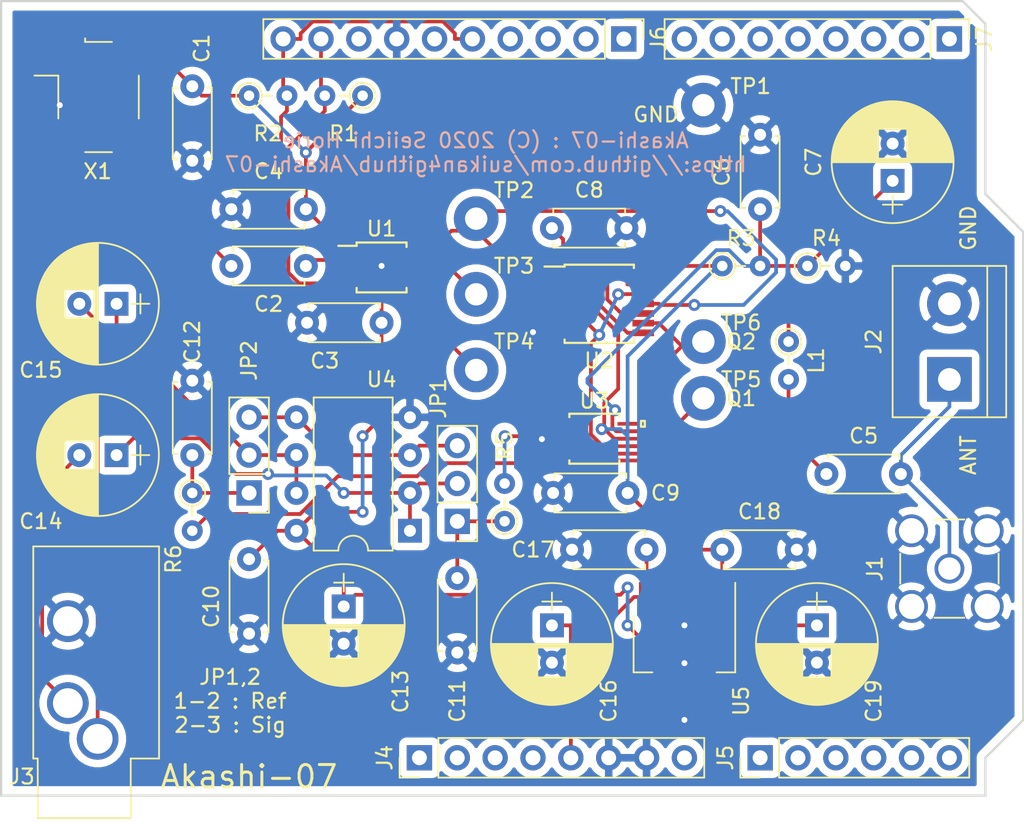
<source format=kicad_pcb>
(kicad_pcb (version 20171130) (host pcbnew 5.1.6-c6e7f7d~87~ubuntu16.04.1)
  (layers (0 F.Cu signal) (31 B.Cu signal) (34 B.Paste user) (35 F.Paste user) (36 B.SilkS user) (37 F.SilkS user) (38 B.Mask user) (39 F.Mask user) (44 Edge.Cuts user))
  (net 0 "")
  (net 1 VDD)
  (net 2 GND)
  (net 3 "Net-(C2-Pad1)")
  (net 4 "Net-(C2-Pad2)")
  (net 5 "Net-(C5-Pad1)")
  (net 6 "Net-(C5-Pad2)")
  (net 7 "Net-(C6-Pad1)")
  (net 8 "Net-(C11-Pad1)")
  (net 9 "Net-(C14-Pad2)")
  (net 10 "Net-(C15-Pad2)")
  (net 11 "Net-(C16-Pad1)")
  (net 12 /connector/SCL)
  (net 13 /connector/SDA)
  (net 14 "Net-(R5-Pad2)")
  (net 15 "Net-(R6-Pad2)")
  (net 16 "Net-(TP4-Pad1)")
  (net 17 "Net-(TP5-Pad1)")
  (net 18 "Net-(TP6-Pad1)")
  (net 19 "Net-(U2-Pad2)")
  (net 20 "Net-(C12-Pad1)")
  (net 21 "Net-(TP2-Pad1)")
  (net 22 "Net-(TP3-Pad1)")
  (net 23 "Net-(C14-Pad1)")
  (net 24 "Net-(C15-Pad1)")
  (net 25 "Net-(J4-Pad1)")
  (net 26 "Net-(J4-Pad2)")
  (net 27 "Net-(J4-Pad3)")
  (net 28 "Net-(J4-Pad4)")
  (net 29 "Net-(J4-Pad8)")
  (net 30 "Net-(J5-Pad1)")
  (net 31 "Net-(J5-Pad2)")
  (net 32 "Net-(J5-Pad3)")
  (net 33 "Net-(J5-Pad4)")
  (net 34 "Net-(J5-Pad5)")
  (net 35 "Net-(J5-Pad6)")
  (net 36 "Net-(J6-Pad1)")
  (net 37 "Net-(J6-Pad2)")
  (net 38 "Net-(J6-Pad3)")
  (net 39 "Net-(J6-Pad4)")
  (net 40 "Net-(J6-Pad6)")
  (net 41 "Net-(J6-Pad8)")
  (net 42 "Net-(J7-Pad1)")
  (net 43 "Net-(J7-Pad2)")
  (net 44 "Net-(J7-Pad3)")
  (net 45 "Net-(J7-Pad4)")
  (net 46 "Net-(J7-Pad5)")
  (net 47 "Net-(J7-Pad6)")
  (net 48 "Net-(J7-Pad7)")
  (net 49 "Net-(J7-Pad8)")
  (net 50 "Net-(JP1-Pad3)")
  (net 51 "Net-(U1-Pad3)")
  (net 52 "Net-(U2-Pad6)")
  (net 53 "Net-(X1-Pad1)")
  (module Capacitors_THT:C_Disc_D4.7mm_W2.5mm_P5.00mm (layer F.Cu) (at 124.46 76.835 270)
    (fp_text reference C1 (at -2.54 -0.635 90) (layer F.SilkS))
    (fp_text value 0.1u)
    (pad 2 thru_hole circle (at 5 0 270) (size 1.6 1.6) (drill 0.8) (layers *.Cu *.Mask) (net 2 GND))
    (pad 1 thru_hole circle (at 0 0 270) (size 1.6 1.6) (drill 0.8) (layers *.Cu *.Mask) (net 1 VDD))
  )
  (module Oscillators:Oscillator_SMD_SeikoEpson_SG8002CA-4pin_7.0x5.0mm_HandSoldering (layer F.Cu) (at 118.17 77.56 270)
    (fp_text reference X1 (at 4.99 0.06) (layer F.SilkS))
    (fp_text value CSX-750FBC25000000T)
    (pad 1 smd rect (at -2.63 2.6 270) (size 1.98 3) (layers F.Cu F.Paste F.Mask) (net 53 "Net-(X1-Pad1)"))
    (pad 2 smd rect (at 2.63 2.6 270) (size 1.98 3) (layers F.Cu F.Paste F.Mask) (net 2 GND))
    (pad 3 smd rect (at 2.63 -2.6 270) (size 1.98 3) (layers F.Cu F.Paste F.Mask) (net 4 "Net-(C2-Pad2)"))
    (pad 4 smd rect (at -2.63 -2.6 270) (size 1.98 3) (layers F.Cu F.Paste F.Mask) (net 1 VDD))
  )
  (module Capacitors_THT:C_Disc_D4.7mm_W2.5mm_P5.00mm (layer F.Cu) (at 124.46 101.6 90)
    (fp_text reference C12 (at 7.62 0 90) (layer F.SilkS))
    (fp_text value 0.01u)
    (pad 1 thru_hole circle (at 0 0 90) (size 1.6 1.6) (drill 0.8) (layers *.Cu *.Mask) (net 20 "Net-(C12-Pad1)"))
    (pad 2 thru_hole circle (at 5 0 90) (size 1.6 1.6) (drill 0.8) (layers *.Cu *.Mask) (net 2 GND))
  )
  (module Pin_Headers:Pin_Header_Straight_1x03_Pitch2.54mm (layer F.Cu) (at 128.27 104.14 180)
    (fp_text reference JP2 (at 0 8.89 90) (layer F.SilkS))
    (fp_text value Jumper_3_Open)
    (pad 1 thru_hole rect (at 0 0 180) (size 1.7 1.7) (drill 1) (layers *.Cu *.Mask) (net 20 "Net-(C12-Pad1)"))
    (pad 2 thru_hole oval (at 0 2.54 180) (size 1.7 1.7) (drill 1) (layers *.Cu *.Mask) (net 24 "Net-(C15-Pad1)"))
    (pad 3 thru_hole oval (at 0 5.08 180) (size 1.7 1.7) (drill 1) (layers *.Cu *.Mask) (net 50 "Net-(JP1-Pad3)"))
  )
  (module Pin_Headers:Pin_Header_Straight_1x03_Pitch2.54mm (layer F.Cu) (at 142.24 106.045 180)
    (fp_text reference JP1 (at 1.27 8.255 90) (layer F.SilkS))
    (fp_text value Jumper_3_Open)
    (pad 1 thru_hole rect (at 0 0 180) (size 1.7 1.7) (drill 1) (layers *.Cu *.Mask) (net 8 "Net-(C11-Pad1)"))
    (pad 2 thru_hole oval (at 0 2.54 180) (size 1.7 1.7) (drill 1) (layers *.Cu *.Mask) (net 23 "Net-(C14-Pad1)"))
    (pad 3 thru_hole oval (at 0 5.08 180) (size 1.7 1.7) (drill 1) (layers *.Cu *.Mask) (net 50 "Net-(JP1-Pad3)"))
  )
  (module project_lib:Jack_3.5mm_CUI_SJ1-3533NG_Horizontal_CircularHoles (layer F.Cu) (at 118.11 120.65 180)
    (fp_text reference J3 (at 5.08 -2.54) (layer F.SilkS))
    (fp_text value SJ1-3533)
    (pad R thru_hole circle (at 2 7.9 180) (size 2.8 2.8) (drill 2) (layers *.Cu *.Mask) (net 2 GND))
    (pad T thru_hole circle (at 2 2.4 180) (size 2.8 2.8) (drill 2) (layers *.Cu *.Mask) (net 9 "Net-(C14-Pad2)"))
    (pad S thru_hole circle (at 0 0 180) (size 2.8 2.8) (drill 2) (layers *.Cu *.Mask) (net 10 "Net-(C15-Pad2)"))
  )
  (module Pin_Headers:Pin_Header_Straight_1x10_Pitch2.54mm (layer F.Cu) (at 153.416 73.66 270)
    (fp_text reference J6 (at 0 -2.33 90) (layer F.SilkS))
    (fp_text value Conn_01x10)
    (pad 1 thru_hole rect (at 0 0 270) (size 1.7 1.7) (drill 1) (layers *.Cu *.Mask) (net 36 "Net-(J6-Pad1)"))
    (pad 2 thru_hole oval (at 0 2.54 270) (size 1.7 1.7) (drill 1) (layers *.Cu *.Mask) (net 37 "Net-(J6-Pad2)"))
    (pad 3 thru_hole oval (at 0 5.08 270) (size 1.7 1.7) (drill 1) (layers *.Cu *.Mask) (net 38 "Net-(J6-Pad3)"))
    (pad 4 thru_hole oval (at 0 7.62 270) (size 1.7 1.7) (drill 1) (layers *.Cu *.Mask) (net 39 "Net-(J6-Pad4)"))
    (pad 5 thru_hole oval (at 0 10.16 270) (size 1.7 1.7) (drill 1) (layers *.Cu *.Mask) (net 12 /connector/SCL))
    (pad 6 thru_hole oval (at 0 12.7 270) (size 1.7 1.7) (drill 1) (layers *.Cu *.Mask) (net 40 "Net-(J6-Pad6)"))
    (pad 7 thru_hole oval (at 0 15.24 270) (size 1.7 1.7) (drill 1) (layers *.Cu *.Mask) (net 2 GND))
    (pad 8 thru_hole oval (at 0 17.78 270) (size 1.7 1.7) (drill 1) (layers *.Cu *.Mask) (net 41 "Net-(J6-Pad8)"))
    (pad 9 thru_hole oval (at 0 20.32 270) (size 1.7 1.7) (drill 1) (layers *.Cu *.Mask) (net 13 /connector/SDA))
    (pad 10 thru_hole oval (at 0 22.86 270) (size 1.7 1.7) (drill 1) (layers *.Cu *.Mask) (net 12 /connector/SCL))
  )
  (module Measurement_Points:Measurement_Point_Round-TH_Big (layer F.Cu) (at 143.51 95.885)
    (fp_text reference TP4 (at 2.54 -1.905) (layer F.SilkS))
    (fp_text value TestPoint)
    (pad 1 thru_hole circle (at 0 0) (size 3 3) (drill 1.5) (layers *.Cu *.Mask) (net 16 "Net-(TP4-Pad1)"))
  )
  (module Measurement_Points:Measurement_Point_Round-TH_Big (layer F.Cu) (at 143.51 90.805)
    (fp_text reference TP3 (at 2.54 -1.905) (layer F.SilkS))
    (fp_text value TestPoint)
    (pad 1 thru_hole circle (at 0 0) (size 3 3) (drill 1.5) (layers *.Cu *.Mask) (net 22 "Net-(TP3-Pad1)"))
  )
  (module TO_SOT_Packages_SMD:SOT-223-3_TabPin2 (layer F.Cu) (at 157.48 114.275 270)
    (fp_text reference U5 (at 3.835 -3.81 90) (layer F.SilkS))
    (fp_text value TA48L033)
    (pad 2 smd rect (at 3.15 0 270) (size 2 3.8) (layers F.Cu F.Paste F.Mask) (net 2 GND))
    (pad 2 smd rect (at -3.15 0 270) (size 2 1.5) (layers F.Cu F.Paste F.Mask) (net 2 GND))
    (pad 3 smd rect (at -3.15 2.3 270) (size 2 1.5) (layers F.Cu F.Paste F.Mask) (net 11 "Net-(C16-Pad1)"))
    (pad 1 smd rect (at -3.15 -2.3 270) (size 2 1.5) (layers F.Cu F.Paste F.Mask) (net 1 VDD))
  )
  (module Housings_DIP:DIP-8_W7.62mm (layer F.Cu) (at 139.065 106.68 180)
    (fp_text reference U4 (at 1.905 10.16) (layer F.SilkS))
    (fp_text value AD8032ANZ)
    (pad 1 thru_hole rect (at 0 0 180) (size 1.6 1.6) (drill 0.8) (layers *.Cu *.Mask) (net 23 "Net-(C14-Pad1)"))
    (pad 5 thru_hole oval (at 7.62 7.62 180) (size 1.6 1.6) (drill 0.8) (layers *.Cu *.Mask) (net 50 "Net-(JP1-Pad3)"))
    (pad 2 thru_hole oval (at 0 2.54 180) (size 1.6 1.6) (drill 0.8) (layers *.Cu *.Mask) (net 23 "Net-(C14-Pad1)"))
    (pad 6 thru_hole oval (at 7.62 5.08 180) (size 1.6 1.6) (drill 0.8) (layers *.Cu *.Mask) (net 24 "Net-(C15-Pad1)"))
    (pad 3 thru_hole oval (at 0 5.08 180) (size 1.6 1.6) (drill 0.8) (layers *.Cu *.Mask) (net 50 "Net-(JP1-Pad3)"))
    (pad 7 thru_hole oval (at 7.62 2.54 180) (size 1.6 1.6) (drill 0.8) (layers *.Cu *.Mask) (net 24 "Net-(C15-Pad1)"))
    (pad 4 thru_hole oval (at 0 7.62 180) (size 1.6 1.6) (drill 0.8) (layers *.Cu *.Mask) (net 2 GND))
    (pad 8 thru_hole oval (at 7.62 0 180) (size 1.6 1.6) (drill 0.8) (layers *.Cu *.Mask) (net 1 VDD))
  )
  (module project_lib:TS5A23157DGSR (layer F.Cu) (at 151.438 100.5)
    (fp_text reference U3 (at 0 -2.54) (layer F.SilkS))
    (fp_text value TS5A23157DGSR hide)
    (pad 10 smd rect (at 2.213348 -1.000001) (size 1.327899 0.2394) (layers F.Cu F.Paste F.Mask) (net 18 "Net-(TP6-Pad1)"))
    (pad 9 smd rect (at 2.213348 -0.499999) (size 1.327899 0.2394) (layers F.Cu F.Paste F.Mask) (net 7 "Net-(C6-Pad1)"))
    (pad 8 smd rect (at 2.213348 0) (size 1.327899 0.2394) (layers F.Cu F.Paste F.Mask) (net 1 VDD))
    (pad 7 smd rect (at 2.213348 0.499999) (size 1.327899 0.2394) (layers F.Cu F.Paste F.Mask) (net 7 "Net-(C6-Pad1)"))
    (pad 6 smd rect (at 2.213348 1.000001) (size 1.327899 0.2394) (layers F.Cu F.Paste F.Mask) (net 17 "Net-(TP5-Pad1)"))
    (pad 5 smd rect (at -2.213348 1.000001) (size 1.327899 0.2394) (layers F.Cu F.Paste F.Mask) (net 15 "Net-(R6-Pad2)"))
    (pad 4 smd rect (at -2.213348 0.499999) (size 1.327899 0.2394) (layers F.Cu F.Paste F.Mask) (net 5 "Net-(C5-Pad1)"))
    (pad 3 smd rect (at -2.213348 0) (size 1.327899 0.2394) (layers F.Cu F.Paste F.Mask) (net 2 GND))
    (pad 2 smd rect (at -2.213348 -0.499999) (size 1.327899 0.2394) (layers F.Cu F.Paste F.Mask) (net 5 "Net-(C5-Pad1)"))
    (pad 1 smd rect (at -2.213348 -1.000001) (size 1.327899 0.2394) (layers F.Cu F.Paste F.Mask) (net 14 "Net-(R5-Pad2)"))
  )
  (module Housings_SSOP:TSSOP-14_4.4x5mm_Pitch0.65mm (layer F.Cu) (at 151.765 91.44)
    (fp_text reference U2 (at 0 3.81) (layer F.SilkS))
    (fp_text value SN74LVC74APW)
    (pad 1 smd rect (at -2.95 -1.95) (size 1.45 0.45) (layers F.Cu F.Paste F.Mask) (net 1 VDD))
    (pad 2 smd rect (at -2.95 -1.3) (size 1.45 0.45) (layers F.Cu F.Paste F.Mask) (net 19 "Net-(U2-Pad2)"))
    (pad 3 smd rect (at -2.95 -0.65) (size 1.45 0.45) (layers F.Cu F.Paste F.Mask) (net 21 "Net-(TP2-Pad1)"))
    (pad 4 smd rect (at -2.95 0) (size 1.45 0.45) (layers F.Cu F.Paste F.Mask) (net 1 VDD))
    (pad 5 smd rect (at -2.95 0.65) (size 1.45 0.45) (layers F.Cu F.Paste F.Mask) (net 17 "Net-(TP5-Pad1)"))
    (pad 6 smd rect (at -2.95 1.3) (size 1.45 0.45) (layers F.Cu F.Paste F.Mask) (net 52 "Net-(U2-Pad6)"))
    (pad 7 smd rect (at -2.95 1.95) (size 1.45 0.45) (layers F.Cu F.Paste F.Mask) (net 2 GND))
    (pad 8 smd rect (at 2.95 1.95) (size 1.45 0.45) (layers F.Cu F.Paste F.Mask) (net 19 "Net-(U2-Pad2)"))
    (pad 9 smd rect (at 2.95 1.3) (size 1.45 0.45) (layers F.Cu F.Paste F.Mask) (net 18 "Net-(TP6-Pad1)"))
    (pad 10 smd rect (at 2.95 0.65) (size 1.45 0.45) (layers F.Cu F.Paste F.Mask) (net 1 VDD))
    (pad 11 smd rect (at 2.95 0) (size 1.45 0.45) (layers F.Cu F.Paste F.Mask) (net 21 "Net-(TP2-Pad1)"))
    (pad 12 smd rect (at 2.95 -0.65) (size 1.45 0.45) (layers F.Cu F.Paste F.Mask) (net 17 "Net-(TP5-Pad1)"))
    (pad 13 smd rect (at 2.95 -1.3) (size 1.45 0.45) (layers F.Cu F.Paste F.Mask) (net 1 VDD))
    (pad 14 smd rect (at 2.95 -1.95) (size 1.45 0.45) (layers F.Cu F.Paste F.Mask) (net 1 VDD))
  )
  (module Housings_SSOP:MSOP-10_3x3mm_Pitch0.5mm (layer F.Cu) (at 137.16 89)
    (fp_text reference U1 (at 0 -2.6) (layer F.SilkS))
    (fp_text value Si5351A-B-GT)
    (pad 1 smd rect (at -2.2 -1) (size 1.4 0.3) (layers F.Cu F.Paste F.Mask) (net 1 VDD))
    (pad 2 smd rect (at -2.2 -0.5) (size 1.4 0.3) (layers F.Cu F.Paste F.Mask) (net 3 "Net-(C2-Pad1)"))
    (pad 3 smd rect (at -2.2 0) (size 1.4 0.3) (layers F.Cu F.Paste F.Mask) (net 51 "Net-(U1-Pad3)"))
    (pad 4 smd rect (at -2.2 0.5) (size 1.4 0.3) (layers F.Cu F.Paste F.Mask) (net 12 /connector/SCL))
    (pad 5 smd rect (at -2.2 1) (size 1.4 0.3) (layers F.Cu F.Paste F.Mask) (net 13 /connector/SDA))
    (pad 6 smd rect (at 2.2 1) (size 1.4 0.3) (layers F.Cu F.Paste F.Mask) (net 16 "Net-(TP4-Pad1)"))
    (pad 7 smd rect (at 2.2 0.5) (size 1.4 0.3) (layers F.Cu F.Paste F.Mask) (net 1 VDD))
    (pad 8 smd rect (at 2.2 0) (size 1.4 0.3) (layers F.Cu F.Paste F.Mask) (net 2 GND))
    (pad 9 smd rect (at 2.2 -0.5) (size 1.4 0.3) (layers F.Cu F.Paste F.Mask) (net 22 "Net-(TP3-Pad1)"))
    (pad 10 smd rect (at 2.2 -1) (size 1.4 0.3) (layers F.Cu F.Paste F.Mask) (net 21 "Net-(TP2-Pad1)"))
  )
  (module Measurement_Points:Measurement_Point_Round-TH_Big (layer F.Cu) (at 158.75 93.98)
    (fp_text reference TP6 (at 2.54 -1.27) (layer F.SilkS))
    (fp_text value TestPoint)
    (pad 1 thru_hole circle (at 0 0) (size 3 3) (drill 1.5) (layers *.Cu *.Mask) (net 18 "Net-(TP6-Pad1)"))
  )
  (module Measurement_Points:Measurement_Point_Round-TH_Big (layer F.Cu) (at 158.75 97.79)
    (fp_text reference TP5 (at 2.54 -1.27) (layer F.SilkS))
    (fp_text value TestPoint)
    (pad 1 thru_hole circle (at 0 0) (size 3 3) (drill 1.5) (layers *.Cu *.Mask) (net 17 "Net-(TP5-Pad1)"))
  )
  (module Measurement_Points:Measurement_Point_Round-TH_Big (layer F.Cu) (at 143.51 85.725)
    (fp_text reference TP2 (at 2.54 -1.905) (layer F.SilkS))
    (fp_text value TestPoint)
    (pad 1 thru_hole circle (at 0 0) (size 3 3) (drill 1.5) (layers *.Cu *.Mask) (net 21 "Net-(TP2-Pad1)"))
  )
  (module Measurement_Points:Measurement_Point_Round-TH_Big (layer F.Cu) (at 158.75 78.105)
    (fp_text reference TP1 (at 3.175 -1.27) (layer F.SilkS))
    (fp_text value TestPoint)
    (pad 1 thru_hole circle (at 0 0) (size 3 3) (drill 1.5) (layers *.Cu *.Mask) (net 2 GND))
  )
  (module Resistors_THT:R_Axial_DIN0204_L3.6mm_D1.6mm_P2.54mm_Vertical (layer F.Cu) (at 124.46 104.14 270)
    (fp_text reference R6 (at 4.445 1.27 90) (layer F.SilkS))
    (fp_text value 100)
    (pad 1 thru_hole circle (at 0 0 270) (size 1.4 1.4) (drill 0.7) (layers *.Cu *.Mask) (net 20 "Net-(C12-Pad1)"))
    (pad 2 thru_hole oval (at 2.54 0 270) (size 1.4 1.4) (drill 0.7) (layers *.Cu *.Mask) (net 15 "Net-(R6-Pad2)"))
  )
  (module Resistors_THT:R_Axial_DIN0204_L3.6mm_D1.6mm_P2.54mm_Vertical (layer F.Cu) (at 145.415 106.045 90)
    (fp_text reference R5 (at 5.08 0 90) (layer F.SilkS))
    (fp_text value 100)
    (pad 1 thru_hole circle (at 0 0 90) (size 1.4 1.4) (drill 0.7) (layers *.Cu *.Mask) (net 8 "Net-(C11-Pad1)"))
    (pad 2 thru_hole oval (at 2.54 0 90) (size 1.4 1.4) (drill 0.7) (layers *.Cu *.Mask) (net 14 "Net-(R5-Pad2)"))
  )
  (module Resistors_THT:R_Axial_DIN0204_L3.6mm_D1.6mm_P2.54mm_Vertical (layer F.Cu) (at 165.735 88.9)
    (fp_text reference R4 (at 1.27 -1.86) (layer F.SilkS))
    (fp_text value 3.3k)
    (pad 1 thru_hole circle (at 0 0) (size 1.4 1.4) (drill 0.7) (layers *.Cu *.Mask) (net 7 "Net-(C6-Pad1)"))
    (pad 2 thru_hole oval (at 2.54 0) (size 1.4 1.4) (drill 0.7) (layers *.Cu *.Mask) (net 2 GND))
  )
  (module Resistors_THT:R_Axial_DIN0204_L3.6mm_D1.6mm_P2.54mm_Vertical (layer F.Cu) (at 160.02 88.9)
    (fp_text reference R3 (at 1.27 -1.86) (layer F.SilkS))
    (fp_text value 3.3k)
    (pad 1 thru_hole circle (at 0 0) (size 1.4 1.4) (drill 0.7) (layers *.Cu *.Mask) (net 1 VDD))
    (pad 2 thru_hole oval (at 2.54 0) (size 1.4 1.4) (drill 0.7) (layers *.Cu *.Mask) (net 7 "Net-(C6-Pad1)"))
  )
  (module Resistors_THT:R_Axial_DIN0204_L3.6mm_D1.6mm_P2.54mm_Vertical (layer F.Cu) (at 128.27 77.47)
    (fp_text reference R2 (at 1.27 2.54) (layer F.SilkS))
    (fp_text value 2.2k)
    (pad 1 thru_hole circle (at 0 0) (size 1.4 1.4) (drill 0.7) (layers *.Cu *.Mask) (net 1 VDD))
    (pad 2 thru_hole oval (at 2.54 0) (size 1.4 1.4) (drill 0.7) (layers *.Cu *.Mask) (net 12 /connector/SCL))
  )
  (module Resistors_THT:R_Axial_DIN0204_L3.6mm_D1.6mm_P2.54mm_Vertical (layer F.Cu) (at 135.89 77.47 180)
    (fp_text reference R1 (at 1.27 -2.54) (layer F.SilkS))
    (fp_text value 2.2k)
    (pad 1 thru_hole circle (at 0 0 180) (size 1.4 1.4) (drill 0.7) (layers *.Cu *.Mask) (net 1 VDD))
    (pad 2 thru_hole oval (at 2.54 0 180) (size 1.4 1.4) (drill 0.7) (layers *.Cu *.Mask) (net 13 /connector/SDA))
  )
  (module Resistors_THT:R_Axial_DIN0204_L3.6mm_D1.6mm_P2.54mm_Vertical (layer F.Cu) (at 164.465 93.98 270)
    (fp_text reference L1 (at 1.27 -1.86 90) (layer F.SilkS))
    (fp_text value 10mH)
    (pad 1 thru_hole circle (at 0 0 270) (size 1.4 1.4) (drill 0.7) (layers *.Cu *.Mask) (net 7 "Net-(C6-Pad1)"))
    (pad 2 thru_hole oval (at 2.54 0 270) (size 1.4 1.4) (drill 0.7) (layers *.Cu *.Mask) (net 5 "Net-(C5-Pad1)"))
  )
  (module Pin_Headers:Pin_Header_Straight_1x08_Pitch2.54mm (layer F.Cu) (at 175.26 73.66 270)
    (fp_text reference J7 (at 0 -2.33 90) (layer F.SilkS))
    (fp_text value Conn_01x08)
    (pad 1 thru_hole rect (at 0 0 270) (size 1.7 1.7) (drill 1) (layers *.Cu *.Mask) (net 42 "Net-(J7-Pad1)"))
    (pad 2 thru_hole oval (at 0 2.54 270) (size 1.7 1.7) (drill 1) (layers *.Cu *.Mask) (net 43 "Net-(J7-Pad2)"))
    (pad 3 thru_hole oval (at 0 5.08 270) (size 1.7 1.7) (drill 1) (layers *.Cu *.Mask) (net 44 "Net-(J7-Pad3)"))
    (pad 4 thru_hole oval (at 0 7.62 270) (size 1.7 1.7) (drill 1) (layers *.Cu *.Mask) (net 45 "Net-(J7-Pad4)"))
    (pad 5 thru_hole oval (at 0 10.16 270) (size 1.7 1.7) (drill 1) (layers *.Cu *.Mask) (net 46 "Net-(J7-Pad5)"))
    (pad 6 thru_hole oval (at 0 12.7 270) (size 1.7 1.7) (drill 1) (layers *.Cu *.Mask) (net 47 "Net-(J7-Pad6)"))
    (pad 7 thru_hole oval (at 0 15.24 270) (size 1.7 1.7) (drill 1) (layers *.Cu *.Mask) (net 48 "Net-(J7-Pad7)"))
    (pad 8 thru_hole oval (at 0 17.78 270) (size 1.7 1.7) (drill 1) (layers *.Cu *.Mask) (net 49 "Net-(J7-Pad8)"))
  )
  (module Pin_Headers:Pin_Header_Straight_1x06_Pitch2.54mm (layer F.Cu) (at 162.56 121.92 90)
    (fp_text reference J5 (at 0 -2.33 90) (layer F.SilkS))
    (fp_text value Conn_01x06)
    (pad 1 thru_hole rect (at 0 0 90) (size 1.7 1.7) (drill 1) (layers *.Cu *.Mask) (net 30 "Net-(J5-Pad1)"))
    (pad 2 thru_hole oval (at 0 2.54 90) (size 1.7 1.7) (drill 1) (layers *.Cu *.Mask) (net 31 "Net-(J5-Pad2)"))
    (pad 3 thru_hole oval (at 0 5.08 90) (size 1.7 1.7) (drill 1) (layers *.Cu *.Mask) (net 32 "Net-(J5-Pad3)"))
    (pad 4 thru_hole oval (at 0 7.62 90) (size 1.7 1.7) (drill 1) (layers *.Cu *.Mask) (net 33 "Net-(J5-Pad4)"))
    (pad 5 thru_hole oval (at 0 10.16 90) (size 1.7 1.7) (drill 1) (layers *.Cu *.Mask) (net 34 "Net-(J5-Pad5)"))
    (pad 6 thru_hole oval (at 0 12.7 90) (size 1.7 1.7) (drill 1) (layers *.Cu *.Mask) (net 35 "Net-(J5-Pad6)"))
  )
  (module Pin_Headers:Pin_Header_Straight_1x08_Pitch2.54mm (layer F.Cu) (at 139.7 121.92 90)
    (fp_text reference J4 (at 0 -2.33 90) (layer F.SilkS))
    (fp_text value Conn_01x08)
    (pad 1 thru_hole rect (at 0 0 90) (size 1.7 1.7) (drill 1) (layers *.Cu *.Mask) (net 25 "Net-(J4-Pad1)"))
    (pad 2 thru_hole oval (at 0 2.54 90) (size 1.7 1.7) (drill 1) (layers *.Cu *.Mask) (net 26 "Net-(J4-Pad2)"))
    (pad 3 thru_hole oval (at 0 5.08 90) (size 1.7 1.7) (drill 1) (layers *.Cu *.Mask) (net 27 "Net-(J4-Pad3)"))
    (pad 4 thru_hole oval (at 0 7.62 90) (size 1.7 1.7) (drill 1) (layers *.Cu *.Mask) (net 28 "Net-(J4-Pad4)"))
    (pad 5 thru_hole oval (at 0 10.16 90) (size 1.7 1.7) (drill 1) (layers *.Cu *.Mask) (net 11 "Net-(C16-Pad1)"))
    (pad 6 thru_hole oval (at 0 12.7 90) (size 1.7 1.7) (drill 1) (layers *.Cu *.Mask) (net 2 GND))
    (pad 7 thru_hole oval (at 0 15.24 90) (size 1.7 1.7) (drill 1) (layers *.Cu *.Mask) (net 2 GND))
    (pad 8 thru_hole oval (at 0 17.78 90) (size 1.7 1.7) (drill 1) (layers *.Cu *.Mask) (net 29 "Net-(J4-Pad8)"))
  )
  (module Connectors_Terminal_Blocks:TerminalBlock_bornier-2_P5.08mm (layer F.Cu) (at 175.26 96.52 90)
    (fp_text reference J2 (at 2.54 -5.08 90) (layer F.SilkS))
    (fp_text value Screw_Terminal_01x02)
    (pad 1 thru_hole rect (at 0 0 90) (size 3 3) (drill 1.52) (layers *.Cu *.Mask) (net 6 "Net-(C5-Pad2)"))
    (pad 2 thru_hole circle (at 5.08 0 90) (size 3 3) (drill 1.52) (layers *.Cu *.Mask) (net 2 GND))
  )
  (module Connectors:SMA_THT_Jack_Straight (layer F.Cu) (at 175.26 109.22 90)
    (fp_text reference J1 (at 0 -5 90) (layer F.SilkS))
    (fp_text value Conn_Coaxial)
    (pad 2 thru_hole circle (at -2.54 2.54 90) (size 2.2 2.2) (drill 1.7) (layers *.Cu *.Mask) (net 2 GND))
    (pad 2 thru_hole circle (at -2.54 -2.54 90) (size 2.2 2.2) (drill 1.7) (layers *.Cu *.Mask) (net 2 GND))
    (pad 2 thru_hole circle (at 2.54 -2.54 90) (size 2.2 2.2) (drill 1.7) (layers *.Cu *.Mask) (net 2 GND))
    (pad 2 thru_hole circle (at 2.54 2.54 90) (size 2.2 2.2) (drill 1.7) (layers *.Cu *.Mask) (net 2 GND))
    (pad 1 thru_hole circle (at 0 0 90) (size 2 2) (drill 1.5) (layers *.Cu *.Mask) (net 6 "Net-(C5-Pad2)"))
  )
  (module Capacitors_THT:CP_Radial_D8.0mm_P2.50mm (layer F.Cu) (at 166.37 113.03 270)
    (fp_text reference C19 (at 5.08 -3.81 90) (layer F.SilkS))
    (fp_text value 47u)
    (pad 1 thru_hole rect (at 0 0 270) (size 1.6 1.6) (drill 0.8) (layers *.Cu *.Mask) (net 1 VDD))
    (pad 2 thru_hole circle (at 2.5 0 270) (size 1.6 1.6) (drill 0.8) (layers *.Cu *.Mask) (net 2 GND))
  )
  (module Capacitors_THT:C_Disc_D4.7mm_W2.5mm_P5.00mm (layer F.Cu) (at 160.02 107.95)
    (fp_text reference C18 (at 2.5 -2.56) (layer F.SilkS))
    (fp_text value 0.1u)
    (pad 1 thru_hole circle (at 0 0) (size 1.6 1.6) (drill 0.8) (layers *.Cu *.Mask) (net 1 VDD))
    (pad 2 thru_hole circle (at 5 0) (size 1.6 1.6) (drill 0.8) (layers *.Cu *.Mask) (net 2 GND))
  )
  (module Capacitors_THT:C_Disc_D4.7mm_W2.5mm_P5.00mm (layer F.Cu) (at 154.94 107.95 180)
    (fp_text reference C17 (at 7.62 0) (layer F.SilkS))
    (fp_text value 0.1u)
    (pad 1 thru_hole circle (at 0 0 180) (size 1.6 1.6) (drill 0.8) (layers *.Cu *.Mask) (net 11 "Net-(C16-Pad1)"))
    (pad 2 thru_hole circle (at 5 0 180) (size 1.6 1.6) (drill 0.8) (layers *.Cu *.Mask) (net 2 GND))
  )
  (module Capacitors_THT:CP_Radial_D8.0mm_P2.50mm (layer F.Cu) (at 148.59 113.03 270)
    (fp_text reference C16 (at 5.08 -3.81 90) (layer F.SilkS))
    (fp_text value 47u)
    (pad 1 thru_hole rect (at 0 0 270) (size 1.6 1.6) (drill 0.8) (layers *.Cu *.Mask) (net 11 "Net-(C16-Pad1)"))
    (pad 2 thru_hole circle (at 2.5 0 270) (size 1.6 1.6) (drill 0.8) (layers *.Cu *.Mask) (net 2 GND))
  )
  (module Capacitors_THT:CP_Radial_D8.0mm_P2.50mm (layer F.Cu) (at 119.38 91.44 180)
    (fp_text reference C15 (at 5.08 -4.445) (layer F.SilkS))
    (fp_text value 47u)
    (pad 1 thru_hole rect (at 0 0 180) (size 1.6 1.6) (drill 0.8) (layers *.Cu *.Mask) (net 24 "Net-(C15-Pad1)"))
    (pad 2 thru_hole circle (at 2.5 0 180) (size 1.6 1.6) (drill 0.8) (layers *.Cu *.Mask) (net 10 "Net-(C15-Pad2)"))
  )
  (module Capacitors_THT:CP_Radial_D8.0mm_P2.50mm (layer F.Cu) (at 119.38 101.6 180)
    (fp_text reference C14 (at 5.08 -4.445) (layer F.SilkS))
    (fp_text value 47u)
    (pad 1 thru_hole rect (at 0 0 180) (size 1.6 1.6) (drill 0.8) (layers *.Cu *.Mask) (net 23 "Net-(C14-Pad1)"))
    (pad 2 thru_hole circle (at 2.5 0 180) (size 1.6 1.6) (drill 0.8) (layers *.Cu *.Mask) (net 9 "Net-(C14-Pad2)"))
  )
  (module Capacitors_THT:CP_Radial_D8.0mm_P2.50mm (layer F.Cu) (at 134.62 111.76 270)
    (fp_text reference C13 (at 5.715 -3.81 90) (layer F.SilkS))
    (fp_text value 10u)
    (pad 1 thru_hole rect (at 0 0 270) (size 1.6 1.6) (drill 0.8) (layers *.Cu *.Mask) (net 1 VDD))
    (pad 2 thru_hole circle (at 2.5 0 270) (size 1.6 1.6) (drill 0.8) (layers *.Cu *.Mask) (net 2 GND))
  )
  (module Capacitors_THT:C_Disc_D4.7mm_W2.5mm_P5.00mm (layer F.Cu) (at 128.27 108.585 270)
    (fp_text reference C10 (at 3.175 2.54 90) (layer F.SilkS))
    (fp_text value 0.1u)
    (pad 1 thru_hole circle (at 0 0 270) (size 1.6 1.6) (drill 0.8) (layers *.Cu *.Mask) (net 1 VDD))
    (pad 2 thru_hole circle (at 5 0 270) (size 1.6 1.6) (drill 0.8) (layers *.Cu *.Mask) (net 2 GND))
  )
  (module Capacitors_THT:C_Disc_D4.7mm_W2.5mm_P5.00mm (layer F.Cu) (at 142.24 109.855 270)
    (fp_text reference C11 (at 8.255 0 90) (layer F.SilkS))
    (fp_text value 0.01u)
    (pad 1 thru_hole circle (at 0 0 270) (size 1.6 1.6) (drill 0.8) (layers *.Cu *.Mask) (net 8 "Net-(C11-Pad1)"))
    (pad 2 thru_hole circle (at 5 0 270) (size 1.6 1.6) (drill 0.8) (layers *.Cu *.Mask) (net 2 GND))
  )
  (module Capacitors_THT:C_Disc_D4.7mm_W2.5mm_P5.00mm (layer F.Cu) (at 153.67 104.14 180)
    (fp_text reference C9 (at -2.54 0) (layer F.SilkS))
    (fp_text value 0.1u)
    (pad 1 thru_hole circle (at 0 0 180) (size 1.6 1.6) (drill 0.8) (layers *.Cu *.Mask) (net 1 VDD))
    (pad 2 thru_hole circle (at 5 0 180) (size 1.6 1.6) (drill 0.8) (layers *.Cu *.Mask) (net 2 GND))
  )
  (module Capacitors_THT:C_Disc_D4.7mm_W2.5mm_P5.00mm (layer F.Cu) (at 148.59 86.36)
    (fp_text reference C8 (at 2.5 -2.56) (layer F.SilkS))
    (fp_text value 0.1u)
    (pad 1 thru_hole circle (at 0 0) (size 1.6 1.6) (drill 0.8) (layers *.Cu *.Mask) (net 1 VDD))
    (pad 2 thru_hole circle (at 5 0) (size 1.6 1.6) (drill 0.8) (layers *.Cu *.Mask) (net 2 GND))
  )
  (module Capacitors_THT:CP_Radial_D8.0mm_P2.50mm (layer F.Cu) (at 171.45 83.185 90)
    (fp_text reference C7 (at 1.25 -5.31 90) (layer F.SilkS))
    (fp_text value 10u)
    (pad 1 thru_hole rect (at 0 0 90) (size 1.6 1.6) (drill 0.8) (layers *.Cu *.Mask) (net 7 "Net-(C6-Pad1)"))
    (pad 2 thru_hole circle (at 2.5 0 90) (size 1.6 1.6) (drill 0.8) (layers *.Cu *.Mask) (net 2 GND))
  )
  (module Capacitors_THT:C_Disc_D4.7mm_W2.5mm_P5.00mm (layer F.Cu) (at 162.56 85.09 90)
    (fp_text reference C6 (at 2.5 -2.56 90) (layer F.SilkS))
    (fp_text value 0.1u)
    (pad 1 thru_hole circle (at 0 0 90) (size 1.6 1.6) (drill 0.8) (layers *.Cu *.Mask) (net 7 "Net-(C6-Pad1)"))
    (pad 2 thru_hole circle (at 5 0 90) (size 1.6 1.6) (drill 0.8) (layers *.Cu *.Mask) (net 2 GND))
  )
  (module Capacitors_THT:C_Disc_D4.7mm_W2.5mm_P5.00mm (layer F.Cu) (at 167.005 102.87)
    (fp_text reference C5 (at 2.5 -2.56) (layer F.SilkS))
    (fp_text value 0.1u)
    (pad 1 thru_hole circle (at 0 0) (size 1.6 1.6) (drill 0.8) (layers *.Cu *.Mask) (net 5 "Net-(C5-Pad1)"))
    (pad 2 thru_hole circle (at 5 0) (size 1.6 1.6) (drill 0.8) (layers *.Cu *.Mask) (net 6 "Net-(C5-Pad2)"))
  )
  (module Capacitors_THT:C_Disc_D4.7mm_W2.5mm_P5.00mm (layer F.Cu) (at 132.08 85.09 180)
    (fp_text reference C4 (at 2.5 2.54) (layer F.SilkS))
    (fp_text value 0.1u)
    (pad 1 thru_hole circle (at 0 0 180) (size 1.6 1.6) (drill 0.8) (layers *.Cu *.Mask) (net 1 VDD))
    (pad 2 thru_hole circle (at 5 0 180) (size 1.6 1.6) (drill 0.8) (layers *.Cu *.Mask) (net 2 GND))
  )
  (module Capacitors_THT:C_Disc_D4.7mm_W2.5mm_P5.00mm (layer F.Cu) (at 137.16 92.71 180)
    (fp_text reference C3 (at 3.81 -2.56) (layer F.SilkS))
    (fp_text value 0.1u)
    (pad 1 thru_hole circle (at 0 0 180) (size 1.6 1.6) (drill 0.8) (layers *.Cu *.Mask) (net 1 VDD))
    (pad 2 thru_hole circle (at 5 0 180) (size 1.6 1.6) (drill 0.8) (layers *.Cu *.Mask) (net 2 GND))
  )
  (module Capacitors_THT:C_Disc_D4.7mm_W2.5mm_P5.00mm (layer F.Cu) (at 132.08 88.9 180)
    (fp_text reference C2 (at 2.5 -2.56) (layer F.SilkS))
    (fp_text value 0.1u)
    (pad 1 thru_hole circle (at 0 0 180) (size 1.6 1.6) (drill 0.8) (layers *.Cu *.Mask) (net 3 "Net-(C2-Pad1)"))
    (pad 2 thru_hole circle (at 5 0 180) (size 1.6 1.6) (drill 0.8) (layers *.Cu *.Mask) (net 4 "Net-(C2-Pad2)"))
  )
  (gr_text "JP1,2\n1-2 : Ref\n2-3 : Sig" (at 127 118.11) (layer F.SilkS) (effects (font (size 1 1))))
  (gr_text Q2 (at 161.29 93.98) (layer F.SilkS) (effects (font (size 1 1))))
  (gr_text Q1 (at 161.29 97.79) (layer F.SilkS) (effects (font (size 1 1))))
  (gr_text GND (at 155.575 78.74) (layer F.SilkS) (effects (font (size 1 1))))
  (gr_text GND (at 176.53 86.36 90) (layer F.SilkS) (effects (font (size 1 1))))
  (gr_text ANT (at 176.53 101.6 90) (layer F.SilkS) (effects (font (size 1 1))))
  (gr_text Akashi-07 (at 128.27 123.19) (layer F.SilkS) (effects (font (size 1.5 1.5) (thickness 0.2))))
  (gr_text "Akashi-07 : (C) 2020 Seiichi Horie\nhttps://github.com/suikan4github/Akashi-07\n" (at 144.145 81.28) (layer B.SilkS) (effects (font (size 1 1)) (justify mirror)))
  (gr_line (start 177.673 72.644) (end 176.149 71.12) (angle 90) (layer Edge.Cuts) (width 0.15))
  (gr_line (start 177.673 84.074) (end 177.673 72.644) (angle 90) (layer Edge.Cuts) (width 0.15))
  (gr_line (start 180.213 86.614) (end 177.673 84.074) (angle 90) (layer Edge.Cuts) (width 0.15))
  (gr_line (start 180.213 119.38) (end 180.213 86.614) (angle 90) (layer Edge.Cuts) (width 0.15))
  (gr_line (start 177.673 121.92) (end 180.213 119.38) (angle 90) (layer Edge.Cuts) (width 0.15))
  (gr_line (start 177.673 124.46) (end 177.673 121.92) (angle 90) (layer Edge.Cuts) (width 0.15))
  (gr_line (start 111.633 124.46) (end 177.673 124.46) (angle 90) (layer Edge.Cuts) (width 0.15))
  (gr_line (start 111.633 71.12) (end 111.633 124.46) (angle 90) (layer Edge.Cuts) (width 0.15))
  (gr_line (start 176.149 71.12) (end 111.633 71.12) (angle 90) (layer Edge.Cuts) (width 0.15))
  (segment (start 149.3402 89.49) (end 152.445 89.49) (width 0.25) (layer F.Cu) (net 1))
  (segment (start 152.309999 89.625001) (end 152.445 89.49) (width 0.25) (layer F.Cu) (net 1))
  (segment (start 152.445 89.49) (end 153.6647 89.49) (width 0.25) (layer F.Cu) (net 1))
  (segment (start 153.7773 92.09) (end 153.246998 92.09) (width 0.25) (layer F.Cu) (net 1))
  (segment (start 153.246998 92.09) (end 152.309999 91.153001) (width 0.25) (layer F.Cu) (net 1))
  (segment (start 152.309999 91.153001) (end 152.309999 89.625001) (width 0.25) (layer F.Cu) (net 1))
  (segment (start 132.08 85.09) (end 132.08 81.28) (width 0.25) (layer F.Cu) (net 1))
  (segment (start 135.89 77.47) (end 132.08 81.28) (width 0.25) (layer F.Cu) (net 1))
  (via (at 132.08 81.28) (size 0.8) (drill 0.4) (layers F.Cu B.Cu) (net 1))
  (segment (start 159.78 111.125) (end 159.78 109.7997) (width 0.25) (layer F.Cu) (net 1))
  (segment (start 162.7603 113.03) (end 160.8553 111.125) (width 0.25) (layer F.Cu) (net 1))
  (segment (start 166.37 113.03) (end 162.7603 113.03) (width 0.25) (layer F.Cu) (net 1))
  (segment (start 159.78 111.125) (end 160.8553 111.125) (width 0.25) (layer F.Cu) (net 1))
  (segment (start 134.96 88) (end 135.9853 88) (width 0.25) (layer F.Cu) (net 1))
  (segment (start 135.9853 88.8438) (end 135.9853 88) (width 0.25) (layer F.Cu) (net 1))
  (segment (start 137.4881 90.3466) (end 135.9853 88.8438) (width 0.25) (layer F.Cu) (net 1))
  (segment (start 137.16 90.6747) (end 137.4881 90.3466) (width 0.25) (layer F.Cu) (net 1))
  (segment (start 137.16 92.71) (end 137.16 90.6747) (width 0.25) (layer F.Cu) (net 1))
  (segment (start 137.4881 90.3466) (end 138.3347 89.5) (width 0.25) (layer F.Cu) (net 1))
  (segment (start 160.02 109.5597) (end 159.78 109.7997) (width 0.25) (layer F.Cu) (net 1))
  (segment (start 160.02 107.95) (end 160.02 109.5597) (width 0.25) (layer F.Cu) (net 1))
  (segment (start 157.48 107.95) (end 153.67 104.14) (width 0.25) (layer F.Cu) (net 1))
  (segment (start 160.02 107.95) (end 157.48 107.95) (width 0.25) (layer F.Cu) (net 1))
  (segment (start 133.9347 86.9447) (end 133.9347 88) (width 0.25) (layer F.Cu) (net 1))
  (segment (start 132.08 85.09) (end 133.9347 86.9447) (width 0.25) (layer F.Cu) (net 1))
  (segment (start 134.96 88) (end 133.9347 88) (width 0.25) (layer F.Cu) (net 1))
  (segment (start 138.96 89.5) (end 138.3347 89.5) (width 0.25) (layer F.Cu) (net 1))
  (segment (start 128.27 77.47) (end 132.08 81.28) (width 0.25) (layer B.Cu) (net 1))
  (segment (start 148.815 89.49) (end 149.3402 89.49) (width 0.25) (layer F.Cu) (net 1))
  (segment (start 149.3402 87.1102) (end 148.59 86.36) (width 0.25) (layer F.Cu) (net 1))
  (segment (start 149.3402 89.49) (end 149.3402 87.1102) (width 0.25) (layer F.Cu) (net 1))
  (segment (start 154.715 89.49) (end 154.1899 89.49) (width 0.25) (layer F.Cu) (net 1))
  (segment (start 154.715 90.14) (end 153.6647 90.14) (width 0.25) (layer F.Cu) (net 1))
  (segment (start 153.8957 89.49) (end 153.6647 89.49) (width 0.25) (layer F.Cu) (net 1))
  (segment (start 154.1899 89.49) (end 153.8957 89.49) (width 0.25) (layer F.Cu) (net 1))
  (segment (start 156.3553 88.9) (end 155.7653 89.49) (width 0.25) (layer F.Cu) (net 1))
  (segment (start 160.02 88.9) (end 156.3553 88.9) (width 0.25) (layer F.Cu) (net 1))
  (segment (start 154.715 89.49) (end 155.7653 89.49) (width 0.25) (layer F.Cu) (net 1))
  (segment (start 153.6647 89.721) (end 153.6647 90.14) (width 0.25) (layer F.Cu) (net 1))
  (segment (start 153.8957 89.49) (end 153.6647 89.721) (width 0.25) (layer F.Cu) (net 1))
  (segment (start 159.7375 88.9) (end 153.67 94.9675) (width 0.25) (layer B.Cu) (net 1))
  (segment (start 160.02 88.9) (end 159.7375 88.9) (width 0.25) (layer B.Cu) (net 1))
  (segment (start 154.715 92.09) (end 153.7773 92.09) (width 0.25) (layer F.Cu) (net 1))
  (segment (start 138.96 89.5) (end 139.36 89.5) (width 0.25) (layer F.Cu) (net 1))
  (segment (start 134.62 109.855) (end 131.445 106.68) (width 0.25) (layer F.Cu) (net 1))
  (segment (start 134.62 111.76) (end 134.62 109.855) (width 0.25) (layer F.Cu) (net 1))
  (segment (start 130.175 106.68) (end 128.27 108.585) (width 0.25) (layer F.Cu) (net 1))
  (segment (start 131.445 106.68) (end 130.175 106.68) (width 0.25) (layer F.Cu) (net 1))
  (segment (start 137.16 99.06) (end 135.89 100.33) (width 0.25) (layer F.Cu) (net 1))
  (via (at 135.89 100.33) (size 0.8) (drill 0.4) (layers F.Cu B.Cu) (net 1))
  (segment (start 137.16 92.71) (end 137.16 99.06) (width 0.25) (layer F.Cu) (net 1))
  (via (at 135.89 105.41) (size 0.8) (drill 0.4) (layers F.Cu B.Cu) (net 1))
  (segment (start 135.89 100.33) (end 135.89 105.41) (width 0.25) (layer B.Cu) (net 1))
  (segment (start 132.715 105.41) (end 131.445 106.68) (width 0.25) (layer F.Cu) (net 1))
  (segment (start 135.89 105.41) (end 132.715 105.41) (width 0.25) (layer F.Cu) (net 1))
  (segment (start 159.78 112.375) (end 157.855 114.3) (width 0.25) (layer F.Cu) (net 1))
  (segment (start 159.78 111.125) (end 159.78 112.375) (width 0.25) (layer F.Cu) (net 1))
  (via (at 153.67 113.03) (size 0.8) (drill 0.4) (layers F.Cu B.Cu) (net 1))
  (segment (start 154.94 114.3) (end 153.67 113.03) (width 0.25) (layer F.Cu) (net 1))
  (segment (start 157.855 114.3) (end 154.94 114.3) (width 0.25) (layer F.Cu) (net 1))
  (via (at 153.67 110.49) (size 0.8) (drill 0.4) (layers F.Cu B.Cu) (net 1))
  (segment (start 153.67 113.03) (end 153.67 110.49) (width 0.25) (layer B.Cu) (net 1))
  (segment (start 135.399999 110.980001) (end 134.62 111.76) (width 0.25) (layer F.Cu) (net 1))
  (segment (start 153.179999 110.980001) (end 135.399999 110.980001) (width 0.25) (layer F.Cu) (net 1))
  (segment (start 153.67 110.49) (end 153.179999 110.980001) (width 0.25) (layer F.Cu) (net 1))
  (segment (start 125.095 77.47) (end 124.46 76.835) (width 0.25) (layer F.Cu) (net 1))
  (segment (start 128.27 77.47) (end 125.095 77.47) (width 0.25) (layer F.Cu) (net 1))
  (segment (start 122.555 74.93) (end 124.46 76.835) (width 0.25) (layer F.Cu) (net 1))
  (segment (start 120.77 74.93) (end 122.555 74.93) (width 0.25) (layer F.Cu) (net 1))
  (segment (start 148.815 91.44) (end 151.07829 91.44) (width 0.25) (layer F.Cu) (net 1))
  (segment (start 152.098399 99.829209) (end 152.76919 100.5) (width 0.25) (layer F.Cu) (net 1))
  (segment (start 152.098399 98.091601) (end 152.098399 99.829209) (width 0.25) (layer F.Cu) (net 1))
  (segment (start 153.035 97.155) (end 152.098399 98.091601) (width 0.25) (layer F.Cu) (net 1))
  (segment (start 153.035 93.39671) (end 153.035 97.155) (width 0.25) (layer F.Cu) (net 1))
  (segment (start 152.76919 100.5) (end 153.651348 100.5) (width 0.25) (layer F.Cu) (net 1))
  (segment (start 151.07829 91.44) (end 153.035 93.39671) (width 0.25) (layer F.Cu) (net 1))
  (via (at 151.931188 99.855937) (size 0.8) (drill 0.4) (layers F.Cu B.Cu) (net 1))
  (segment (start 151.957916 99.829209) (end 151.931188 99.855937) (width 0.25) (layer F.Cu) (net 1))
  (segment (start 152.098399 99.829209) (end 151.957916 99.829209) (width 0.25) (layer F.Cu) (net 1))
  (segment (start 151.931188 99.855937) (end 153.195937 99.855937) (width 0.25) (layer B.Cu) (net 1))
  (segment (start 153.195937 99.855937) (end 153.67 100.33) (width 0.25) (layer B.Cu) (net 1))
  (segment (start 153.67 100.33) (end 153.67 104.14) (width 0.25) (layer B.Cu) (net 1))
  (segment (start 153.67 94.9675) (end 153.67 100.33) (width 0.25) (layer B.Cu) (net 1))
  (via (at 147.32 93.345) (size 0.8) (drill 0.4) (layers F.Cu B.Cu) (net 2))
  (segment (start 147.32 93.345) (end 147.32 93.39) (width 0.25) (layer F.Cu) (net 2))
  (segment (start 147.32 93.39) (end 148.815 93.39) (width 0.25) (layer F.Cu) (net 2))
  (via (at 137.16 88.9) (size 0.8) (layers F.Cu B.Cu) (net 2))
  (via (at 157.48 115.57) (size 0.8) (layers F.Cu B.Cu) (net 2))
  (via (at 157.48 113.03) (size 0.8) (layers F.Cu B.Cu) (net 2))
  (via (at 157.48 119.38) (size 0.8) (layers F.Cu B.Cu) (net 2))
  (via (at 147.9172 100.5274) (size 0.8) (layers F.Cu B.Cu) (net 2))
  (segment (start 137.26 89) (end 137.16 88.9) (width 0.25) (layer F.Cu) (net 2))
  (segment (start 139.36 89) (end 137.26 89) (width 0.25) (layer F.Cu) (net 2))
  (segment (start 157.48 117.425) (end 157.48 115.57) (width 0.25) (layer F.Cu) (net 2))
  (segment (start 157.48 111.125) (end 157.48 113.03) (width 0.25) (layer F.Cu) (net 2))
  (segment (start 157.48 117.425) (end 157.48 119.38) (width 0.25) (layer F.Cu) (net 2))
  (segment (start 149.2247 100.5) (end 148.2355 100.5) (width 0.25) (layer F.Cu) (net 2))
  (segment (start 148.2081 100.5274) (end 148.2355 100.5) (width 0.25) (layer F.Cu) (net 2))
  (segment (start 147.9172 100.5274) (end 148.2081 100.5274) (width 0.25) (layer F.Cu) (net 2))
  (via (at 115.57 78.105) (size 0.8) (drill 0.4) (layers F.Cu B.Cu) (net 2))
  (segment (start 115.57 80.19) (end 115.57 78.105) (width 0.25) (layer F.Cu) (net 2))
  (segment (start 132.48 88.5) (end 134.96 88.5) (width 0.25) (layer F.Cu) (net 3))
  (segment (start 132.08 88.9) (end 132.48 88.5) (width 0.25) (layer F.Cu) (net 3))
  (segment (start 120.77 82.59) (end 120.77 80.19) (width 0.25) (layer F.Cu) (net 4))
  (segment (start 127.08 88.9) (end 120.77 82.59) (width 0.25) (layer F.Cu) (net 4))
  (segment (start 167.005 102.87) (end 164.465 100.33) (width 0.25) (layer F.Cu) (net 5))
  (segment (start 164.465 100.33) (end 164.465 96.52) (width 0.25) (layer F.Cu) (net 5))
  (segment (start 149.2247 100) (end 150.2139 100) (width 0.25) (layer F.Cu) (net 5))
  (segment (start 150.2139 100) (end 150.2139 101) (width 0.25) (layer F.Cu) (net 5))
  (segment (start 151.1749 101.961) (end 150.2139 101) (width 0.25) (layer F.Cu) (net 5))
  (segment (start 162.834 101.961) (end 151.1749 101.961) (width 0.25) (layer F.Cu) (net 5))
  (segment (start 164.465 100.33) (end 162.834 101.961) (width 0.25) (layer F.Cu) (net 5))
  (segment (start 150.2139 101) (end 149.2247 101) (width 0.25) (layer F.Cu) (net 5))
  (segment (start 175.26 106.125) (end 172.005 102.87) (width 0.25) (layer B.Cu) (net 6))
  (segment (start 175.26 109.22) (end 175.26 106.125) (width 0.25) (layer B.Cu) (net 6))
  (segment (start 175.26 96.52) (end 175.26 98.3453) (width 0.25) (layer B.Cu) (net 6))
  (segment (start 172.005 101.6003) (end 172.005 102.87) (width 0.25) (layer B.Cu) (net 6))
  (segment (start 175.26 98.3453) (end 172.005 101.6003) (width 0.25) (layer B.Cu) (net 6))
  (segment (start 150.9757 96.7374) (end 150.9757 96.5473) (width 0.25) (layer B.Cu) (net 7))
  (segment (start 150.9757 96.5473) (end 150.9757 96.4804) (width 0.25) (layer B.Cu) (net 7))
  (segment (start 165.735 88.9) (end 171.45 83.185) (width 0.25) (layer F.Cu) (net 7))
  (via (at 152.8234 98.5851) (size 0.8) (layers F.Cu B.Cu) (net 7))
  (segment (start 154.6406 101) (end 154.6406 100) (width 0.25) (layer F.Cu) (net 7))
  (segment (start 162.56 88.9) (end 164.465 88.9) (width 0.25) (layer F.Cu) (net 7))
  (segment (start 164.465 88.9) (end 165.735 88.9) (width 0.25) (layer F.Cu) (net 7))
  (segment (start 153.6514 100) (end 154.6406 100) (width 0.25) (layer F.Cu) (net 7))
  (segment (start 154.146 101) (end 154.6406 101) (width 0.25) (layer F.Cu) (net 7))
  (segment (start 154.146 101) (end 153.6514 101) (width 0.25) (layer F.Cu) (net 7))
  (segment (start 164.465 88.9) (end 164.465 93.98) (width 0.25) (layer F.Cu) (net 7))
  (segment (start 162.56 85.09) (end 162.56 88.9) (width 0.25) (layer F.Cu) (net 7))
  (segment (start 162.56 88.9) (end 161.5347 88.9) (width 0.25) (layer B.Cu) (net 7))
  (segment (start 150.9757 96.7374) (end 152.8234 98.5851) (width 0.25) (layer B.Cu) (net 7))
  (segment (start 160.4737 87.839) (end 161.5347 88.9) (width 0.25) (layer B.Cu) (net 7))
  (segment (start 159.6171 87.839) (end 160.4737 87.839) (width 0.25) (layer B.Cu) (net 7))
  (segment (start 150.9757 96.4804) (end 159.6171 87.839) (width 0.25) (layer B.Cu) (net 7))
  (segment (start 152.9056 100) (end 153.6514 100) (width 0.25) (layer F.Cu) (net 7))
  (segment (start 152.6471 99.7415) (end 152.9056 100) (width 0.25) (layer F.Cu) (net 7))
  (segment (start 152.6471 98.7614) (end 152.6471 99.7415) (width 0.25) (layer F.Cu) (net 7))
  (segment (start 152.8234 98.5851) (end 152.6471 98.7614) (width 0.25) (layer F.Cu) (net 7))
  (segment (start 145.415 106.045) (end 142.24 106.045) (width 0.25) (layer F.Cu) (net 8))
  (segment (start 142.24 109.855) (end 142.24 106.045) (width 0.25) (layer F.Cu) (net 8))
  (segment (start 116.11 118.25) (end 114.384999 116.524999) (width 0.25) (layer F.Cu) (net 9))
  (segment (start 114.384999 116.524999) (end 114.384999 104.095001) (width 0.25) (layer F.Cu) (net 9))
  (segment (start 114.384999 104.095001) (end 116.88 101.6) (width 0.25) (layer F.Cu) (net 9))
  (segment (start 118.11 92.67) (end 118.11 120.65) (width 0.25) (layer F.Cu) (net 10))
  (segment (start 116.88 91.44) (end 118.11 92.67) (width 0.25) (layer F.Cu) (net 10))
  (segment (start 155.18 111.125) (end 154.1047 111.125) (width 0.25) (layer F.Cu) (net 11))
  (segment (start 149.86 121.92) (end 149.86 120.7447) (width 0.25) (layer F.Cu) (net 11))
  (segment (start 149.86 113.03) (end 149.86 120.7447) (width 0.25) (layer F.Cu) (net 11))
  (segment (start 148.59 113.03) (end 149.86 113.03) (width 0.25) (layer F.Cu) (net 11))
  (segment (start 152.1997 113.03) (end 154.1047 111.125) (width 0.25) (layer F.Cu) (net 11))
  (segment (start 149.86 113.03) (end 152.1997 113.03) (width 0.25) (layer F.Cu) (net 11))
  (segment (start 154.94 109.5597) (end 155.18 109.7997) (width 0.25) (layer F.Cu) (net 11))
  (segment (start 154.94 107.95) (end 154.94 109.5597) (width 0.25) (layer F.Cu) (net 11))
  (segment (start 155.18 111.125) (end 155.18 109.7997) (width 0.25) (layer F.Cu) (net 11))
  (segment (start 130.556 73.66) (end 130.556 77.216) (width 0.25) (layer F.Cu) (net 12))
  (segment (start 130.556 77.216) (end 130.81 77.47) (width 0.25) (layer F.Cu) (net 12))
  (segment (start 142.0807 73.2926) (end 142.0807 73.66) (width 0.25) (layer F.Cu) (net 12))
  (segment (start 141.2728 72.4847) (end 142.0807 73.2926) (width 0.25) (layer F.Cu) (net 12))
  (segment (start 132.5393 72.4847) (end 141.2728 72.4847) (width 0.25) (layer F.Cu) (net 12))
  (segment (start 131.7313 73.2927) (end 132.5393 72.4847) (width 0.25) (layer F.Cu) (net 12))
  (segment (start 131.7313 73.66) (end 131.7313 73.2927) (width 0.25) (layer F.Cu) (net 12))
  (segment (start 130.556 73.66) (end 131.7313 73.66) (width 0.25) (layer F.Cu) (net 12))
  (segment (start 143.256 73.66) (end 142.0807 73.66) (width 0.25) (layer F.Cu) (net 12))
  (segment (start 135.9853 90.3266) (end 135.9853 89.5) (width 0.25) (layer F.Cu) (net 12))
  (segment (start 135.7692 90.5427) (end 135.9853 90.3266) (width 0.25) (layer F.Cu) (net 12))
  (segment (start 131.4345 90.5427) (end 135.7692 90.5427) (width 0.25) (layer F.Cu) (net 12))
  (segment (start 130.4156 89.5238) (end 131.4345 90.5427) (width 0.25) (layer F.Cu) (net 12))
  (segment (start 130.4156 78.8897) (end 130.4156 89.5238) (width 0.25) (layer F.Cu) (net 12))
  (segment (start 130.81 78.4953) (end 130.4156 78.8897) (width 0.25) (layer F.Cu) (net 12))
  (segment (start 130.81 77.47) (end 130.81 78.4953) (width 0.25) (layer F.Cu) (net 12))
  (segment (start 134.96 89.5) (end 135.9853 89.5) (width 0.25) (layer F.Cu) (net 12))
  (segment (start 133.096 73.66) (end 133.096 77.216) (width 0.25) (layer F.Cu) (net 13))
  (segment (start 133.096 77.216) (end 133.35 77.47) (width 0.25) (layer F.Cu) (net 13))
  (segment (start 133.35 77.47) (end 133.35 78.4953) (width 0.25) (layer F.Cu) (net 13))
  (segment (start 134.96 90) (end 133.9347 90) (width 0.25) (layer F.Cu) (net 13))
  (segment (start 130.9104 80.9349) (end 133.35 78.4953) (width 0.25) (layer F.Cu) (net 13))
  (segment (start 130.9104 89.35) (end 130.9104 80.9349) (width 0.25) (layer F.Cu) (net 13))
  (segment (start 131.6299 90.0695) (end 130.9104 89.35) (width 0.25) (layer F.Cu) (net 13))
  (segment (start 133.8652 90.0695) (end 131.6299 90.0695) (width 0.25) (layer F.Cu) (net 13))
  (segment (start 133.9347 90) (end 133.8652 90.0695) (width 0.25) (layer F.Cu) (net 13))
  (via (at 145.415 100.33) (size 0.8) (drill 0.4) (layers F.Cu B.Cu) (net 14))
  (segment (start 145.415 100.33) (end 147.041598 100.33) (width 0.25) (layer F.Cu) (net 14))
  (segment (start 147.041598 100.33) (end 147.871599 99.499999) (width 0.25) (layer F.Cu) (net 14))
  (segment (start 147.871599 99.499999) (end 149.224652 99.499999) (width 0.25) (layer F.Cu) (net 14))
  (segment (start 145.415 102.87) (end 145.415 103.505) (width 0.25) (layer B.Cu) (net 14))
  (segment (start 145.415 100.33) (end 145.415 102.87) (width 0.25) (layer B.Cu) (net 14))
  (segment (start 131.695003 105.554999) (end 125.585001 105.554999) (width 0.25) (layer F.Cu) (net 15))
  (segment (start 134.235003 103.014999) (end 131.695003 105.554999) (width 0.25) (layer F.Cu) (net 15))
  (segment (start 139.555001 103.014999) (end 134.235003 103.014999) (width 0.25) (layer F.Cu) (net 15))
  (segment (start 147.849999 102.140001) (end 140.429999 102.140001) (width 0.25) (layer F.Cu) (net 15))
  (segment (start 125.585001 105.554999) (end 124.46 106.68) (width 0.25) (layer F.Cu) (net 15))
  (segment (start 140.429999 102.140001) (end 139.555001 103.014999) (width 0.25) (layer F.Cu) (net 15))
  (segment (start 148.49 101.5) (end 147.849999 102.140001) (width 0.25) (layer F.Cu) (net 15))
  (segment (start 148.49 101.5) (end 148.2355 101.5) (width 0.25) (layer F.Cu) (net 15))
  (segment (start 149.2247 101.5) (end 148.49 101.5) (width 0.25) (layer F.Cu) (net 15))
  (segment (start 140.3853 92.7603) (end 143.51 95.885) (width 0.25) (layer F.Cu) (net 16))
  (segment (start 140.3853 90) (end 140.3853 92.7603) (width 0.25) (layer F.Cu) (net 16))
  (segment (start 139.36 90) (end 140.3853 90) (width 0.25) (layer F.Cu) (net 16))
  (via (at 153.035 90.805) (size 0.8) (drill 0.4) (layers F.Cu B.Cu) (net 17))
  (segment (start 153.035 90.805) (end 153.685 90.79) (width 0.25) (layer F.Cu) (net 17))
  (segment (start 153.685 90.79) (end 154.715 90.79) (width 0.25) (layer F.Cu) (net 17))
  (segment (start 153.035 90.805) (end 151.765 93.537503) (width 0.25) (layer B.Cu) (net 17))
  (segment (start 148.815 92.09) (end 150.317497 92.09) (width 0.25) (layer F.Cu) (net 17))
  (segment (start 150.317497 92.09) (end 151.765 93.537503) (width 0.25) (layer F.Cu) (net 17))
  (via (at 151.765 93.537503) (size 0.8) (drill 0.4) (layers F.Cu B.Cu) (net 17))
  (segment (start 151.206187 94.096316) (end 151.765 93.537503) (width 0.25) (layer F.Cu) (net 17))
  (segment (start 158.75 97.79) (end 155.04 101.5) (width 0.25) (layer F.Cu) (net 17))
  (segment (start 155.04 101.5) (end 152.5 101.5) (width 0.25) (layer F.Cu) (net 17))
  (segment (start 152.5 101.5) (end 151.206187 100.206187) (width 0.25) (layer F.Cu) (net 17))
  (segment (start 151.206187 100.206187) (end 151.206187 94.096316) (width 0.25) (layer F.Cu) (net 17))
  (segment (start 154.715 92.74) (end 155.7653 92.74) (width 0.25) (layer F.Cu) (net 18))
  (segment (start 155.7653 92.74) (end 157.309 94.2837) (width 0.25) (layer F.Cu) (net 18))
  (segment (start 158.4463 94.2837) (end 158.75 93.98) (width 0.25) (layer F.Cu) (net 18))
  (segment (start 157.309 94.2837) (end 158.4463 94.2837) (width 0.25) (layer F.Cu) (net 18))
  (segment (start 154.6406 96.9521) (end 154.6406 99.5) (width 0.25) (layer F.Cu) (net 18))
  (segment (start 157.309 94.2837) (end 154.6406 96.9521) (width 0.25) (layer F.Cu) (net 18))
  (segment (start 153.6514 99.5) (end 154.6406 99.5) (width 0.25) (layer F.Cu) (net 18))
  (segment (start 150.4147 90.14) (end 148.815 90.14) (width 0.25) (layer F.Cu) (net 19))
  (segment (start 153.6647 93.39) (end 150.4147 90.14) (width 0.25) (layer F.Cu) (net 19))
  (segment (start 154.715 93.39) (end 153.6647 93.39) (width 0.25) (layer F.Cu) (net 19))
  (segment (start 128.27 104.14) (end 124.46 104.14) (width 0.25) (layer F.Cu) (net 20))
  (segment (start 124.46 101.6) (end 124.46 104.14) (width 0.25) (layer F.Cu) (net 20))
  (segment (start 159.893 85.217) (end 144.018 85.217) (width 0.25) (layer F.Cu) (net 21))
  (segment (start 144.018 85.217) (end 143.51 85.725) (width 0.25) (layer F.Cu) (net 21))
  (segment (start 160.3808 85.2277) (end 159.9037 85.2277) (width 0.25) (layer B.Cu) (net 21))
  (segment (start 159.9037 85.2277) (end 159.893 85.217) (width 0.25) (layer B.Cu) (net 21))
  (via (at 159.893 85.217) (size 0.8) (drill 0.4) (layers F.Cu B.Cu) (net 21))
  (via (at 158.1426 91.5206) (size 0.8) (layers F.Cu B.Cu) (net 21))
  (segment (start 139.36 88) (end 140.3853 88) (width 0.25) (layer F.Cu) (net 21))
  (segment (start 161.4514 91.5206) (end 158.1426 91.5206) (width 0.25) (layer B.Cu) (net 21))
  (segment (start 163.6302 89.3418) (end 161.4514 91.5206) (width 0.25) (layer B.Cu) (net 21))
  (segment (start 163.6302 88.4771) (end 163.6302 89.3418) (width 0.25) (layer B.Cu) (net 21))
  (segment (start 160.3808 85.2277) (end 163.6302 88.4771) (width 0.25) (layer B.Cu) (net 21))
  (segment (start 143.51 85.725) (end 144.0073 85.2277) (width 0.25) (layer B.Cu) (net 21))
  (segment (start 155.8459 91.5206) (end 155.7653 91.44) (width 0.25) (layer F.Cu) (net 21))
  (segment (start 158.1426 91.5206) (end 155.8459 91.5206) (width 0.25) (layer F.Cu) (net 21))
  (segment (start 154.715 91.44) (end 155.7653 91.44) (width 0.25) (layer F.Cu) (net 21))
  (segment (start 148.815 90.79) (end 147.7647 90.79) (width 0.25) (layer F.Cu) (net 21))
  (segment (start 141.85 86.5353) (end 140.3853 88) (width 0.25) (layer F.Cu) (net 21))
  (segment (start 143.51 86.5353) (end 141.85 86.5353) (width 0.25) (layer F.Cu) (net 21))
  (segment (start 143.51 85.725) (end 143.51 86.5353) (width 0.25) (layer F.Cu) (net 21))
  (segment (start 143.51 86.5353) (end 147.7647 90.79) (width 0.25) (layer F.Cu) (net 21))
  (segment (start 141.205 88.5) (end 139.36 88.5) (width 0.25) (layer F.Cu) (net 22))
  (segment (start 143.51 90.805) (end 141.205 88.5) (width 0.25) (layer F.Cu) (net 22))
  (segment (start 139.065 106.68) (end 139.065 104.14) (width 0.25) (layer F.Cu) (net 23))
  (segment (start 139.7 103.505) (end 139.065 104.14) (width 0.25) (layer F.Cu) (net 23))
  (segment (start 142.24 103.505) (end 139.7 103.505) (width 0.25) (layer F.Cu) (net 23))
  (via (at 134.62 104.14) (size 0.8) (drill 0.4) (layers F.Cu B.Cu) (net 23))
  (segment (start 139.065 104.14) (end 134.62 104.14) (width 0.25) (layer F.Cu) (net 23))
  (via (at 129.544265 102.865735) (size 0.8) (drill 0.4) (layers F.Cu B.Cu) (net 23))
  (segment (start 129.643529 102.964999) (end 129.544265 102.865735) (width 0.25) (layer B.Cu) (net 23))
  (segment (start 133.444999 102.964999) (end 129.643529 102.964999) (width 0.25) (layer B.Cu) (net 23))
  (segment (start 134.62 104.14) (end 133.444999 102.964999) (width 0.25) (layer B.Cu) (net 23))
  (segment (start 125.000001 100.474999) (end 120.505001 100.474999) (width 0.25) (layer F.Cu) (net 23))
  (segment (start 127.390737 102.865735) (end 125.000001 100.474999) (width 0.25) (layer F.Cu) (net 23))
  (segment (start 120.505001 100.474999) (end 119.38 101.6) (width 0.25) (layer F.Cu) (net 23))
  (segment (start 129.544265 102.865735) (end 127.390737 102.865735) (width 0.25) (layer F.Cu) (net 23))
  (segment (start 131.445 104.14) (end 131.445 101.6) (width 0.25) (layer F.Cu) (net 24))
  (segment (start 119.38 93.185002) (end 119.38 91.44) (width 0.25) (layer F.Cu) (net 24))
  (segment (start 126.669997 100.474999) (end 119.38 93.185002) (width 0.25) (layer F.Cu) (net 24))
  (segment (start 127.144999 100.474999) (end 126.669997 100.474999) (width 0.25) (layer F.Cu) (net 24))
  (segment (start 128.27 101.6) (end 127.144999 100.474999) (width 0.25) (layer F.Cu) (net 24))
  (segment (start 131.445 101.6) (end 128.27 101.6) (width 0.25) (layer F.Cu) (net 24))
  (segment (start 139.7 100.965) (end 139.065 101.6) (width 0.25) (layer F.Cu) (net 50))
  (segment (start 142.24 100.965) (end 139.7 100.965) (width 0.25) (layer F.Cu) (net 50))
  (segment (start 133.985 101.6) (end 131.445 99.06) (width 0.25) (layer F.Cu) (net 50))
  (segment (start 139.065 101.6) (end 133.985 101.6) (width 0.25) (layer F.Cu) (net 50))
  (segment (start 128.27 99.06) (end 131.445 99.06) (width 0.25) (layer F.Cu) (net 50))
  (zone (net 2) (net_name GND) (layer B.Cu) (connect_pads (clearance 0.508)) (min_thickness 0.254) (fill yes (arc_segments 32) (thermal_gap 0.508) (thermal_bridge_width 0.508))
    (polygon (pts (xy 177.165 73.025) (xy 177.165 84.455) (xy 179.705 86.995) (xy 179.705 119.38) (xy 177.165 121.92) (xy 177.165 123.825) (xy 112.395 123.825) (xy 112.395 71.755) (xy 175.895 71.755)))
  )
)
</source>
